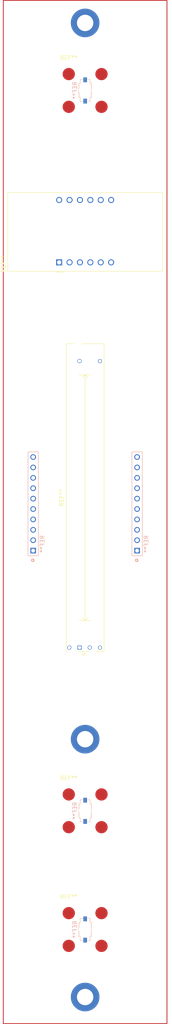
<source format=kicad_pcb>
(kicad_pcb (version 20240108) (generator "pcbnew") (generator_version "8.0")
  (layers (0 "F.Cu" signal) (31 "B.Cu" signal) (34 "B.Paste" user) (35 "F.Paste" user) (36 "B.SilkS" user "B.Silkscreen") (37 "F.SilkS" user "F.Silkscreen") (38 "B.Mask" user) (39 "F.Mask" user) (44 "Edge.Cuts" user))
  (net 0 "")
  (footprint "MountingHole:MountingHole_3mm_Pad" (layer "F.Cu") (at 39 35)
    (property "Reference" "REF**" (hide yes))
    (property "Value" "MountingHole_3mm_Pad" (hide yes))
    (pad "1" connect circle (at 0 0) (size 3 3) (layers "F.Cu" "F.Mask"))
  )
  (footprint "" (layer "F.Cu") (at 45.6 237.7)
    (property "Reference" "" (hide yes))
    (property "Value" "" (hide yes))
    (pad "" np_thru_hole circle (at -0.6 -3.7) (size 2 2) (drill 2) (layers "F&B.Cu" "*.Mask"))
  )
  (footprint "" (layer "F.Cu") (at 35 22.5)
    (property "Reference" "" (at 0 0 0) (layer "F.SilkS") (effects (font (size 1.27 1.27))))
    (property "Value" "")
    (pad "1" thru_hole circle (at 0 0) (size 7 7) (drill 4) (layers "*.Cu" "*.Mask"))
  )
  (footprint "MountingHole:MountingHole_3mm_Pad" (layer "F.Cu") (at 31 248)
    (property "Reference" "REF**" (hide yes))
    (property "Value" "MountingHole_3mm_Pad" (hide yes))
    (pad "1" connect circle (at 0 0) (size 3 3) (layers "F.Cu" "F.Mask"))
  )
  (footprint "" (layer "F.Cu") (at 44.7 211.2)
    (property "Reference" "" (at 0 0 0) (layer "F.SilkS") (effects (font (size 1.27 1.27))))
    (property "Value" "")
    (pad "" np_thru_hole circle (at -19.7 13.8) (size 2 2) (drill 2) (layers "F&B.Cu" "*.Mask"))
  )
  (footprint "Display_7Segment:BA56-12EWA" (layer "F.Cu") (at 35 73.56 90)
    (property "Reference" "REF**" (at -7.84 -19.96 90) (layer "F.SilkS"))
    (property "Value" "BA56-12EWA")
    (fp_line (start -9.62 -18.92) (end 9.62 -18.92) (stroke (width 0.12)) (layer "F.SilkS"))
    (fp_line (start -9.62 -18.92) (end -9.62 18.92) (stroke (width 0.12)) (layer "F.SilkS"))
    (fp_line (start -9.82 -7.4) (end -9.82 -5.4) (stroke (width 0.12)) (layer "F.SilkS"))
    (fp_line (start 9.62 18.92) (end 9.62 -18.92) (stroke (width 0.12)) (layer "F.SilkS"))
    (fp_line (start -9.62 18.92) (end 9.62 18.92) (stroke (width 0.12)) (layer "F.SilkS"))
    (pad "1" thru_hole rect (at -7.44 -6.35 90) (size 1.5 1.5) (drill 1) (layers "*.Cu" "*.Mask"))
    (pad "2" thru_hole circle (at -7.44 -3.81 90) (size 1.5 1.5) (drill 1) (layers "*.Cu" "*.Mask"))
    (pad "3" thru_hole circle (at -7.44 -1.27 90) (size 1.5 1.5) (drill 1) (layers "*.Cu" "*.Mask"))
    (pad "4" thru_hole circle (at -7.44 1.27 90) (size 1.5 1.5) (drill 1) (layers "*.Cu" "*.Mask"))
    (pad "5" thru_hole circle (at -7.44 3.81 90) (size 1.5 1.5) (drill 1) (layers "*.Cu" "*.Mask"))
    (pad "6" thru_hole circle (at -7.44 6.35 90) (size 1.5 1.5) (drill 1) (layers "*.Cu" "*.Mask"))
    (pad "7" thru_hole circle (at 7.8 6.35 90) (size 1.5 1.5) (drill 1) (layers "*.Cu" "*.Mask"))
    (pad "8" thru_hole circle (at 7.8 3.81 90) (size 1.5 1.5) (drill 1) (layers "*.Cu" "*.Mask"))
    (pad "9" thru_hole circle (at 7.8 1.27 90) (size 1.5 1.5) (drill 1) (layers "*.Cu" "*.Mask"))
    (pad "10" thru_hole circle (at 7.8 -1.27 90) (size 1.5 1.5) (drill 1) (layers "*.Cu" "*.Mask"))
    (pad "11" thru_hole circle (at 7.8 -3.81 90) (size 1.5 1.5) (drill 1) (layers "*.Cu" "*.Mask"))
    (pad "12" thru_hole circle (at 7.8 -6.35 90) (size 1.5 1.5) (drill 1) (layers "*.Cu" "*.Mask"))
  )
  (footprint "MountingHole:MountingHole_3mm_Pad" (layer "F.Cu") (at 31 35)
    (property "Reference" "REF**" (at 0 -4 0) (layer "F.SilkS"))
    (property "Value" "MountingHole_3mm_Pad" (hide yes))
    (pad "1" connect circle (at 0 0) (size 3 3) (layers "F.Cu" "F.Mask"))
  )
  (footprint "MountingHole:MountingHole_3.2mm_M3" (layer "F.Cu") (at 35 39)
    (property "Reference" "REF**" (hide yes))
    (property "Value" "MountingHole_3mm_M3" (hide yes))
    (pad "" np_thru_hole circle (at 0 0) (size 3 3) (drill 3) (layers "F&B.Cu" "*.Mask"))
  )
  (footprint "" (layer "F.Cu") (at 45.6 32.7)
    (property "Reference" "" (at 0 0 0) (layer "F.SilkS") (effects (font (size 1.27 1.27))))
    (property "Value" "")
    (pad "" np_thru_hole circle (at -0.6 -3.7) (size 2 2) (drill 2) (layers "F&B.Cu" "*.Mask"))
  )
  (footprint "MountingHole:MountingHole_3mm_Pad" (layer "F.Cu") (at 31 211)
    (property "Reference" "REF**" (at 0 -4 0) (layer "F.SilkS"))
    (property "Value" "MountingHole_3mm_Pad" (hide yes))
    (pad "1" connect circle (at 0 0) (size 3 3) (layers "F.Cu" "F.Mask"))
  )
  (footprint "MountingHole:MountingHole_3mm_Pad" (layer "F.Cu") (at 31 43)
    (property "Reference" "REF**" (hide yes))
    (property "Value" "MountingHole_3mm_Pad" (hide yes))
    (pad "1" connect circle (at 0 0) (size 3 3) (layers "F.Cu" "F.Mask"))
  )
  (footprint "" (layer "F.Cu") (at 34 197.5)
    (property "Reference" "" (at 0 0 0) (layer "F.SilkS") (effects (font (size 1.27 1.27))))
    (property "Value" "")
    (pad "1" thru_hole circle (at 1 0) (size 7 7) (drill 4) (layers "*.Cu" "*.Mask"))
  )
  (footprint "MountingHole:MountingHole_3mm_Pad" (layer "F.Cu") (at 39 219)
    (property "Reference" "REF**" (hide yes))
    (property "Value" "MountingHole_3mm_Pad" (hide yes))
    (pad "1" connect circle (at 0 0) (size 3 3) (layers "F.Cu" "F.Mask"))
  )
  (footprint "" (layer "F.Cu") (at 43.2 240.2)
    (property "Reference" "" (at 1.7 -3.5 0) (layer "F.SilkS") (effects (font (size 1.27 1.27))))
    (property "Value" "")
    (pad "" np_thru_hole circle (at -19.7 13.8) (size 2 2) (drill 2) (layers "F&B.Cu" "*.Mask"))
  )
  (footprint "MountingHole:MountingHole_3mm_Pad" (layer "F.Cu") (at 39 211)
    (property "Reference" "REF**" (hide yes))
    (property "Value" "MountingHole_3mm_Pad" (hide yes))
    (pad "1" connect circle (at 0 0) (size 3 3) (layers "F.Cu" "F.Mask"))
  )
  (footprint "MountingHole:MountingHole_3mm_Pad" (layer "F.Cu") (at 39 248)
    (property "Reference" "REF**" (hide yes))
    (property "Value" "MountingHole_3mm_Pad" (hide yes))
    (pad "1" connect circle (at 0 0) (size 3 3) (layers "F.Cu" "F.Mask"))
  )
  (footprint "MountingHole:MountingHole_3.2mm_M3" (layer "F.Cu") (at 35 244)
    (property "Reference" "REF**" (hide yes))
    (property "Value" "MountingHole_3mm_M3" (hide yes))
    (pad "" np_thru_hole circle (at 0 0) (size 3 3) (drill 3) (layers "F&B.Cu" "*.Mask"))
  )
  (footprint "" (layer "F.Cu") (at 45.6 208.7)
    (property "Reference" "" (at 0 0 0) (layer "F.SilkS") (effects (font (size 1.27 1.27))))
    (property "Value" "")
    (pad "" np_thru_hole circle (at -0.6 -3.7) (size 2 2) (drill 2) (layers "F&B.Cu" "*.Mask"))
  )
  (footprint "MountingHole:MountingHole_3mm_Pad" (layer "F.Cu") (at 39 43)
    (property "Reference" "REF**" (hide yes))
    (property "Value" "MountingHole_3mm_Pad" (hide yes))
    (pad "1" connect circle (at 0 0) (size 3 3) (layers "F.Cu" "F.Mask"))
  )
  (footprint "Potentiometer_THT:Potentiometer_Alps_RS6011YA6009" (layer "F.Cu") (at 35.25 138.5 90)
    (property "Reference" "REF**" (at 0 -6 90) (layer "F.SilkS"))
    (property "Value" "Potentiometer_Alps_RS6011YA6009")
    (fp_line (start 37.62 -4.87) (end 37.62 -2.823) (stroke (width 0.12)) (layer "F.SilkS"))
    (fp_line (start 33.036 -4.87) (end 37.62 -4.87) (stroke (width 0.12)) (layer "F.SilkS"))
    (fp_line (start -29.764 -4.87) (end 33.036 -4.87) (stroke (width 0.12)) (layer "F.SilkS"))
    (fp_line (start -37.62 -4.87) (end -29.764 -4.87) (stroke (width 0.12)) (layer "F.SilkS"))
    (fp_line (start -37.62 -4.87) (end -37.62 -4.5) (stroke (width 0.12)) (layer "F.SilkS"))
    (fp_line (start -37.62 -2) (end -37.62 0.678) (stroke (width 0.12)) (layer "F.SilkS"))
    (fp_line (start 30 -1.75) (end 30 1.25) (stroke (width 0.12)) (layer "F.SilkS"))
    (fp_line (start -30 -1.75) (end -30 1.25) (stroke (width 0.12)) (layer "F.SilkS"))
    (fp_line (start 37.62 -1.177) (end 37.62 4.37) (stroke (width 0.12)) (layer "F.SilkS"))
    (fp_line (start 29.25 -1) (end 30 -0.25) (stroke (width 0.12)) (layer "F.SilkS"))
    (fp_line (start -29.25 -1) (end -30 -0.25) (stroke (width 0.12)) (layer "F.SilkS"))
    (fp_line (start -38.425 -1) (end -38.425 0) (stroke (width 0.12)) (layer "F.SilkS"))
    (fp_line (start -37.925 -0.5) (end -38.425 -1) (stroke (width 0.12)) (layer "F.SilkS"))
    (fp_line (start 30 -0.25) (end 29.25 0.5) (stroke (width 0.12)) (layer "F.SilkS"))
    (fp_line (start -30 -0.25) (end 30 -0.25) (stroke (width 0.12)) (layer "F.SilkS"))
    (fp_line (start -30 -0.25) (end -29.25 0.5) (stroke (width 0.12)) (layer "F.SilkS"))
    (fp_line (start -38.425 0) (end -37.925 -0.5) (stroke (width 0.12)) (layer "F.SilkS"))
    (fp_line (start -37.62 2.323) (end -37.62 4.37) (stroke (width 0.12)) (layer "F.SilkS"))
    (fp_line (start 34.236 4.37) (end 37.62 4.37) (stroke (width 0.12)) (layer "F.SilkS"))
    (fp_line (start -30.964 4.37) (end 34.236 4.37) (stroke (width 0.12)) (layer "F.SilkS"))
    (fp_line (start -37.62 4.37) (end -30.964 4.37) (stroke (width 0.12)) (layer "F.SilkS"))
    (pad "1" thru_hole rect (at -36.62 -1.62 90) (size 1 1) (drill 0.75) (layers "*.Cu" "*.Mask"))
    (pad "2" thru_hole circle (at -36.62 -4.12 90) (size 1 1) (drill 0.75) (layers "*.Cu" "*.Mask"))
    (pad "3" thru_hole circle (at 33.38 -1.62 90) (size 1 1) (drill 0.75) (layers "*.Cu" "*.Mask"))
    (pad "L" thru_hole circle (at -36.62 0.88 90) (size 1 1) (drill 0.75) (layers "*.Cu" "*.Mask"))
    (pad "L" thru_hole circle (at -36.62 3.38 90) (size 1 1) (drill 0.75) (layers "*.Cu" "*.Mask"))
    (pad "L" thru_hole circle (at 33.38 3.38 90) (size 1 1) (drill 0.75) (layers "*.Cu" "*.Mask"))
  )
  (footprint "MountingHole:MountingHole_3.5mm_Pad" (layer "F.Cu") (at 35 260.5)
    (property "Reference" "REF**" (hide yes))
    (property "Value" "3.5mm Pad")
    (pad "1" thru_hole circle (at 0 0) (size 7 7) (drill 4) (layers "*.Cu" "*.Mask"))
  )
  (footprint "" (layer "F.Cu") (at 43.2 35.2)
    (property "Reference" "" (at 1.5 0 0) (layer "F.SilkS") (effects (font (size 1.27 1.27))))
    (property "Value" "")
    (pad "" np_thru_hole circle (at -19.7 13.8) (size 2 2) (drill 2) (layers "F&B.Cu" "*.Mask"))
  )
  (footprint "MountingHole:MountingHole_3.2mm_M3" (layer "F.Cu") (at 35 215)
    (property "Reference" "REF**" (hide yes))
    (property "Value" "MountingHole_3mm_M3" (hide yes))
    (pad "" np_thru_hole circle (at 0 0) (size 3 3) (drill 3) (layers "F&B.Cu" "*.Mask"))
  )
  (footprint "MountingHole:MountingHole_3mm_Pad" (layer "F.Cu") (at 31 219)
    (property "Reference" "REF**" (hide yes))
    (property "Value" "MountingHole_3mm_Pad" (hide yes))
    (pad "1" connect circle (at 0 0) (size 3 3) (layers "F.Cu" "F.Mask"))
  )
  (footprint "MountingHole:MountingHole_3mm_Pad" (layer "F.Cu") (at 31 240)
    (property "Reference" "REF**" (at 0 -4 0) (layer "F.SilkS"))
    (property "Value" "MountingHole_3mm_Pad" (hide yes))
    (pad "1" connect circle (at 0 0) (size 3 3) (layers "F.Cu" "F.Mask"))
  )
  (footprint "MountingHole:MountingHole_3mm_Pad" (layer "F.Cu") (at 39 240)
    (property "Reference" "REF**" (hide yes))
    (property "Value" "MountingHole_3mm_Pad" (hide yes))
    (pad "1" connect circle (at 0 0) (size 3 3) (layers "F.Cu" "F.Mask"))
  )
  (footprint "LED_SMD:LED_Kingbright_AA3528SURCKT09" (layer "B.Cu") (at 35 39 -90)
    (property "Reference" "REF**" (at 0 2.5 90) (layer "B.SilkS") (effects (justify mirror)))
    (property "Value" "LED_Kingbright_AA3528SURCKT09")
    (fp_line (start -1.71 1.51) (end -1.71 1.2) (stroke (width 0.12)) (layer "B.SilkS"))
    (fp_line (start 1.71 1.51) (end -1.71 1.51) (stroke (width 0.12)) (layer "B.SilkS"))
    (fp_line (start 1.71 1.51) (end 1.71 1.2) (stroke (width 0.12)) (layer "B.SilkS"))
    (fp_line (start -2.71 1.2) (end -1.71 1.2) (stroke (width 0.1)) (layer "B.SilkS"))
    (fp_line (start 1.71 1.2) (end 2.71 1.2) (stroke (width 0.1)) (layer "B.SilkS"))
    (fp_line (start -2.71 0.6) (end -2.71 1.2) (stroke (width 0.1)) (layer "B.SilkS"))
    (fp_line (start 2.71 0.6) (end 2.71 1.2) (stroke (width 0.1)) (layer "B.SilkS"))
    (fp_line (start -2.71 -0.6) (end -2.71 -1.2) (stroke (width 0.1)) (layer "B.SilkS"))
    (fp_line (start 2.71 -0.6) (end 2.71 -1.2) (stroke (width 0.1)) (layer "B.SilkS"))
    (fp_line (start -1.71 -1.2) (end -2.71 -1.2) (stroke (width 0.1)) (layer "B.SilkS"))
    (fp_line (start 2.71 -1.2) (end 1.71 -1.2) (stroke (width 0.1)) (layer "B.SilkS"))
    (fp_line (start -1.71 -1.51) (end -1.71 -1.2) (stroke (width 0.12)) (layer "B.SilkS"))
    (fp_line (start 1.71 -1.51) (end 1.71 -1.2) (stroke (width 0.12)) (layer "B.SilkS"))
    (fp_line (start 1.71 -1.51) (end -1.71 -1.51) (stroke (width 0.12)) (layer "B.SilkS"))
    (pad "1" smd rect (at -2.6 0 270) (size 1.2 0.9) (layers "B.Cu" "B.Paste" "B.Mask"))
    (pad "2" smd rect (at 2.6 0 270) (size 1.2 0.9) (layers "B.Cu" "B.Paste" "B.Mask"))
  )
  (footprint "LED_SMD:LED_Kingbright_AA3528SURCKT09" (layer "B.Cu") (at 35 244 -90)
    (property "Reference" "REF**" (at 0 2.5 90) (layer "B.SilkS") (effects (justify mirror)))
    (property "Value" "LED_Kingbright_AA3528SURCKT09")
    (fp_line (start -1.71 1.51) (end -1.71 1.2) (stroke (width 0.12)) (layer "B.SilkS"))
    (fp_line (start 1.71 1.51) (end -1.71 1.51) (stroke (width 0.12)) (layer "B.SilkS"))
    (fp_line (start 1.71 1.51) (end 1.71 1.2) (stroke (width 0.12)) (layer "B.SilkS"))
    (fp_line (start -2.71 1.2) (end -1.71 1.2) (stroke (width 0.1)) (layer "B.SilkS"))
    (fp_line (start 1.71 1.2) (end 2.71 1.2) (stroke (width 0.1)) (layer "B.SilkS"))
    (fp_line (start -2.71 0.6) (end -2.71 1.2) (stroke (width 0.1)) (layer "B.SilkS"))
    (fp_line (start 2.71 0.6) (end 2.71 1.2) (stroke (width 0.1)) (layer "B.SilkS"))
    (fp_line (start -2.71 -0.6) (end -2.71 -1.2) (stroke (width 0.1)) (layer "B.SilkS"))
    (fp_line (start 2.71 -0.6) (end 2.71 -1.2) (stroke (width 0.1)) (layer "B.SilkS"))
    (fp_line (start -1.71 -1.2) (end -2.71 -1.2) (stroke (width 0.1)) (layer "B.SilkS"))
    (fp_line (start 2.71 -1.2) (end 1.71 -1.2) (stroke (width 0.1)) (layer "B.SilkS"))
    (fp_line (start -1.71 -1.51) (end -1.71 -1.2) (stroke (width 0.12)) (layer "B.SilkS"))
    (fp_line (start 1.71 -1.51) (end 1.71 -1.2) (stroke (width 0.12)) (layer "B.SilkS"))
    (fp_line (start 1.71 -1.51) (end -1.71 -1.51) (stroke (width 0.12)) (layer "B.SilkS"))
    (pad "1" smd rect (at -2.6 0 270) (size 1.2 0.9) (layers "B.Cu" "B.Paste" "B.Mask"))
    (pad "2" smd rect (at 2.6 0 270) (size 1.2 0.9) (layers "B.Cu" "B.Paste" "B.Mask"))
  )
  (footprint "Package_SIP:TE_1-1571994-0" (layer "B.Cu") (at 47.7 140 90)
    (property "Reference" "REF**" (at -9.82645 2.23532 90) (layer "B.SilkS") (effects (font (size 1.000142 1.000142)) (justify mirror)))
    (property "Value" "TE_1-1571994-0")
    (fp_line (start 12.7 -1.27) (end 12.7 1.27) (stroke (width 0.127)) (layer "B.SilkS"))
    (fp_line (start -12.7 -1.27) (end 12.7 -1.27) (stroke (width 0.127)) (layer "B.SilkS"))
    (fp_line (start 12.7 1.27) (end -12.7 1.27) (stroke (width 0.127)) (layer "B.SilkS"))
    (fp_line (start -12.7 1.27) (end -12.7 -1.27) (stroke (width 0.127)) (layer "B.SilkS"))
    (fp_circle (center -13.8 -0.1) (end -13.658581 -0.1) (stroke (width 0.3)) (fill none) (layer "B.SilkS"))
    (pad "1" thru_hole rect (at -11.43 0 90) (size 1.397 1.397) (drill 0.889) (layers "*.Cu" "*.Mask"))
    (pad "2" thru_hole circle (at -8.89 0 90) (size 1.397 1.397) (drill 0.889) (layers "*.Cu" "*.Mask"))
    (pad "3" thru_hole circle (at -6.35 0 90) (size 1.397 1.397) (drill 0.889) (layers "*.Cu" "*.Mask"))
    (pad "4" thru_hole circle (at -3.81 0 90) (size 1.397 1.397) (drill 0.889) (layers "*.Cu" "*.Mask"))
    (pad "5" thru_hole circle (at -1.27 0 90) (size 1.397 1.397) (drill 0.889) (layers "*.Cu" "*.Mask"))
    (pad "6" thru_hole circle (at 1.27 0 90) (size 1.397 1.397) (drill 0.889) (layers "*.Cu" "*.Mask"))
    (pad "7" thru_hole circle (at 3.81 0 90) (size 1.397 1.397) (drill 0.889) (layers "*.Cu" "*.Mask"))
    (pad "8" thru_hole circle (at 6.35 0 90) (size 1.397 1.397) (drill 0.889) (layers "*.Cu" "*.Mask"))
    (pad "9" thru_hole circle (at 8.89 0 90) (size 1.397 1.397) (drill 0.889) (layers "*.Cu" "*.Mask"))
    (pad "10" thru_hole circle (at 11.43 0 90) (size 1.397 1.397) (drill 0.889) (layers "*.Cu" "*.Mask"))
  )
  (footprint "LED_SMD:LED_Kingbright_AA3528SURCKT09" (layer "B.Cu") (at 35 215 -90)
    (property "Reference" "REF**" (at 0 2.5 90) (layer "B.SilkS") (effects (justify mirror)))
    (property "Value" "LED_Kingbright_AA3528SURCKT09")
    (fp_line (start -1.71 1.51) (end -1.71 1.2) (stroke (width 0.12)) (layer "B.SilkS"))
    (fp_line (start 1.71 1.51) (end -1.71 1.51) (stroke (width 0.12)) (layer "B.SilkS"))
    (fp_line (start 1.71 1.51) (end 1.71 1.2) (stroke (width 0.12)) (layer "B.SilkS"))
    (fp_line (start -2.71 1.2) (end -1.71 1.2) (stroke (width 0.1)) (layer "B.SilkS"))
    (fp_line (start 1.71 1.2) (end 2.71 1.2) (stroke (width 0.1)) (layer "B.SilkS"))
    (fp_line (start -2.71 0.6) (end -2.71 1.2) (stroke (width 0.1)) (layer "B.SilkS"))
    (fp_line (start 2.71 0.6) (end 2.71 1.2) (stroke (width 0.1)) (layer "B.SilkS"))
    (fp_line (start -2.71 -0.6) (end -2.71 -1.2) (stroke (width 0.1)) (layer "B.SilkS"))
    (fp_line (start 2.71 -0.6) (end 2.71 -1.2) (stroke (width 0.1)) (layer "B.SilkS"))
    (fp_line (start -1.71 -1.2) (end -2.71 -1.2) (stroke (width 0.1)) (layer "B.SilkS"))
    (fp_line (start 2.71 -1.2) (end 1.71 -1.2) (stroke (width 0.1)) (layer "B.SilkS"))
    (fp_line (start -1.71 -1.51) (end -1.71 -1.2) (stroke (width 0.12)) (layer "B.SilkS"))
    (fp_line (start 1.71 -1.51) (end 1.71 -1.2) (stroke (width 0.12)) (layer "B.SilkS"))
    (fp_line (start 1.71 -1.51) (end -1.71 -1.51) (stroke (width 0.12)) (layer "B.SilkS"))
    (pad "1" smd rect (at -2.6 0 270) (size 1.2 0.9) (layers "B.Cu" "B.Paste" "B.Mask"))
    (pad "2" smd rect (at 2.6 0 270) (size 1.2 0.9) (layers "B.Cu" "B.Paste" "B.Mask"))
  )
  (footprint "Package_SIP:TE_1-1571994-0" (layer "B.Cu") (at 22.3 140 90)
    (property "Reference" "REF**" (at -9.82645 2.23532 90) (layer "B.SilkS") (effects (font (size 1.000142 1.000142)) (justify mirror)))
    (property "Value" "TE_1-1571994-0")
    (fp_line (start 12.7 -1.27) (end 12.7 1.27) (stroke (width 0.127)) (layer "B.SilkS"))
    (fp_line (start -12.7 -1.27) (end 12.7 -1.27) (stroke (width 0.127)) (layer "B.SilkS"))
    (fp_line (start 12.7 1.27) (end -12.7 1.27) (stroke (width 0.127)) (layer "B.SilkS"))
    (fp_line (start -12.7 1.27) (end -12.7 -1.27) (stroke (width 0.127)) (layer "B.SilkS"))
    (fp_circle (center -13.8 -0.1) (end -13.658581 -0.1) (stroke (width 0.3)) (fill none) (layer "B.SilkS"))
    (pad "1" thru_hole rect (at -11.43 0 90) (size 1.397 1.397) (drill 0.889) (layers "*.Cu" "*.Mask"))
    (pad "2" thru_hole circle (at -8.89 0 90) (size 1.397 1.397) (drill 0.889) (layers "*.Cu" "*.Mask"))
    (pad "3" thru_hole circle (at -6.35 0 90) (size 1.397 1.397) (drill 0.889) (layers "*.Cu" "*.Mask"))
    (pad "4" thru_hole circle (at -3.81 0 90) (size 1.397 1.397) (drill 0.889) (layers "*.Cu" "*.Mask"))
    (pad "5" thru_hole circle (at -1.27 0 90) (size 1.397 1.397) (drill 0.889) (layers "*.Cu" "*.Mask"))
    (pad "6" thru_hole circle (at 1.27 0 90) (size 1.397 1.397) (drill 0.889) (layers "*.Cu" "*.Mask"))
    (pad "7" thru_hole circle (at 3.81 0 90) (size 1.397 1.397) (drill 0.889) (layers "*.Cu" "*.Mask"))
    (pad "8" thru_hole circle (at 6.35 0 90) (size 1.397 1.397) (drill 0.889) (layers "*.Cu" "*.Mask"))
    (pad "9" thru_hole circle (at 8.89 0 90) (size 1.397 1.397) (drill 0.889) (layers "*.Cu" "*.Mask"))
    (pad "10" thru_hole circle (at 11.43 0 90) (size 1.397 1.397) (drill 0.889) (layers "*.Cu" "*.Mask"))
  )
  (gr_rect (start 15 17) (end 55 267) (stroke (width 0.2)) (fill none) (layer "F.Cu"))
)
</source>
